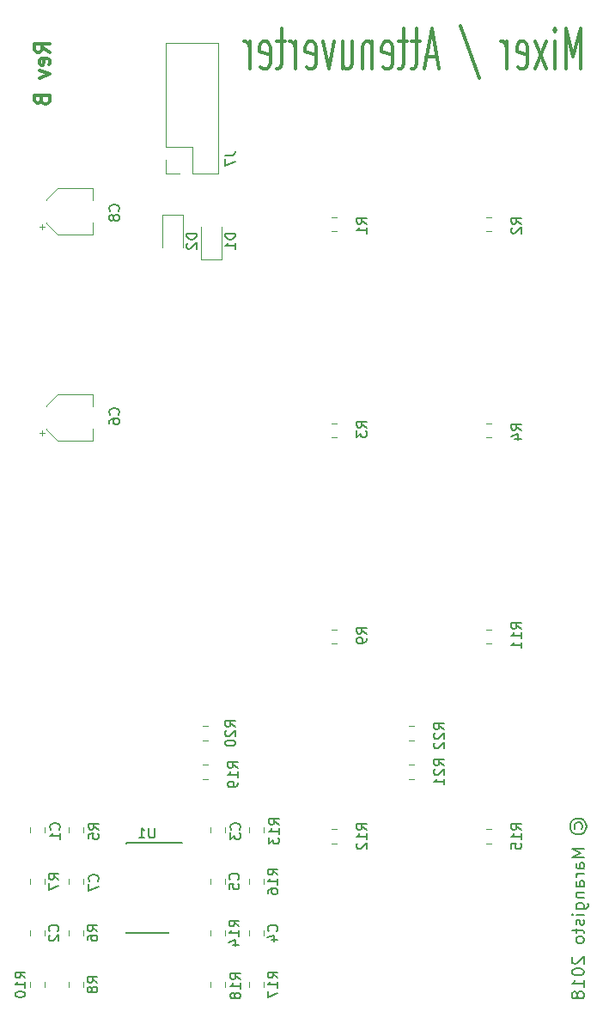
<source format=gbr>
G04 #@! TF.GenerationSoftware,KiCad,Pcbnew,(5.0.0)*
G04 #@! TF.CreationDate,2018-08-16T01:02:06+08:00*
G04 #@! TF.ProjectId,Mixer,4D697865722E6B696361645F70636200,rev?*
G04 #@! TF.SameCoordinates,Original*
G04 #@! TF.FileFunction,Legend,Bot*
G04 #@! TF.FilePolarity,Positive*
%FSLAX46Y46*%
G04 Gerber Fmt 4.6, Leading zero omitted, Abs format (unit mm)*
G04 Created by KiCad (PCBNEW (5.0.0)) date 08/16/18 01:02:06*
%MOMM*%
%LPD*%
G01*
G04 APERTURE LIST*
%ADD10C,0.300000*%
%ADD11C,0.200000*%
%ADD12C,0.120000*%
%ADD13C,0.150000*%
G04 APERTURE END LIST*
D10*
X93388571Y-56094571D02*
X92674285Y-55594571D01*
X93388571Y-55237428D02*
X91888571Y-55237428D01*
X91888571Y-55808857D01*
X91960000Y-55951714D01*
X92031428Y-56023142D01*
X92174285Y-56094571D01*
X92388571Y-56094571D01*
X92531428Y-56023142D01*
X92602857Y-55951714D01*
X92674285Y-55808857D01*
X92674285Y-55237428D01*
X93317142Y-57308857D02*
X93388571Y-57166000D01*
X93388571Y-56880285D01*
X93317142Y-56737428D01*
X93174285Y-56666000D01*
X92602857Y-56666000D01*
X92460000Y-56737428D01*
X92388571Y-56880285D01*
X92388571Y-57166000D01*
X92460000Y-57308857D01*
X92602857Y-57380285D01*
X92745714Y-57380285D01*
X92888571Y-56666000D01*
X92388571Y-57880285D02*
X93388571Y-58237428D01*
X92388571Y-58594571D01*
X92602857Y-60808857D02*
X92674285Y-61023142D01*
X92745714Y-61094571D01*
X92888571Y-61166000D01*
X93102857Y-61166000D01*
X93245714Y-61094571D01*
X93317142Y-61023142D01*
X93388571Y-60880285D01*
X93388571Y-60308857D01*
X91888571Y-60308857D01*
X91888571Y-60808857D01*
X91960000Y-60951714D01*
X92031428Y-61023142D01*
X92174285Y-61094571D01*
X92317142Y-61094571D01*
X92460000Y-61023142D01*
X92531428Y-60951714D01*
X92602857Y-60808857D01*
X92602857Y-60308857D01*
D11*
X145170571Y-132604857D02*
X145113428Y-132490571D01*
X145113428Y-132262000D01*
X145170571Y-132147714D01*
X145284857Y-132033428D01*
X145399142Y-131976285D01*
X145627714Y-131976285D01*
X145742000Y-132033428D01*
X145856285Y-132147714D01*
X145913428Y-132262000D01*
X145913428Y-132490571D01*
X145856285Y-132604857D01*
X144713428Y-132376285D02*
X144770571Y-132090571D01*
X144942000Y-131804857D01*
X145227714Y-131633428D01*
X145513428Y-131576285D01*
X145799142Y-131633428D01*
X146084857Y-131804857D01*
X146256285Y-132090571D01*
X146313428Y-132376285D01*
X146256285Y-132662000D01*
X146084857Y-132947714D01*
X145799142Y-133119142D01*
X145513428Y-133176285D01*
X145227714Y-133119142D01*
X144942000Y-132947714D01*
X144770571Y-132662000D01*
X144713428Y-132376285D01*
X146084857Y-134604857D02*
X144884857Y-134604857D01*
X145742000Y-135004857D01*
X144884857Y-135404857D01*
X146084857Y-135404857D01*
X146084857Y-136490571D02*
X145456285Y-136490571D01*
X145342000Y-136433428D01*
X145284857Y-136319142D01*
X145284857Y-136090571D01*
X145342000Y-135976285D01*
X146027714Y-136490571D02*
X146084857Y-136376285D01*
X146084857Y-136090571D01*
X146027714Y-135976285D01*
X145913428Y-135919142D01*
X145799142Y-135919142D01*
X145684857Y-135976285D01*
X145627714Y-136090571D01*
X145627714Y-136376285D01*
X145570571Y-136490571D01*
X146084857Y-137062000D02*
X145284857Y-137062000D01*
X145513428Y-137062000D02*
X145399142Y-137119142D01*
X145342000Y-137176285D01*
X145284857Y-137290571D01*
X145284857Y-137404857D01*
X146084857Y-138319142D02*
X145456285Y-138319142D01*
X145342000Y-138262000D01*
X145284857Y-138147714D01*
X145284857Y-137919142D01*
X145342000Y-137804857D01*
X146027714Y-138319142D02*
X146084857Y-138204857D01*
X146084857Y-137919142D01*
X146027714Y-137804857D01*
X145913428Y-137747714D01*
X145799142Y-137747714D01*
X145684857Y-137804857D01*
X145627714Y-137919142D01*
X145627714Y-138204857D01*
X145570571Y-138319142D01*
X145284857Y-138890571D02*
X146084857Y-138890571D01*
X145399142Y-138890571D02*
X145342000Y-138947714D01*
X145284857Y-139062000D01*
X145284857Y-139233428D01*
X145342000Y-139347714D01*
X145456285Y-139404857D01*
X146084857Y-139404857D01*
X145284857Y-140490571D02*
X146256285Y-140490571D01*
X146370571Y-140433428D01*
X146427714Y-140376285D01*
X146484857Y-140262000D01*
X146484857Y-140090571D01*
X146427714Y-139976285D01*
X146027714Y-140490571D02*
X146084857Y-140376285D01*
X146084857Y-140147714D01*
X146027714Y-140033428D01*
X145970571Y-139976285D01*
X145856285Y-139919142D01*
X145513428Y-139919142D01*
X145399142Y-139976285D01*
X145342000Y-140033428D01*
X145284857Y-140147714D01*
X145284857Y-140376285D01*
X145342000Y-140490571D01*
X146084857Y-141062000D02*
X145284857Y-141062000D01*
X144884857Y-141062000D02*
X144942000Y-141004857D01*
X144999142Y-141062000D01*
X144942000Y-141119142D01*
X144884857Y-141062000D01*
X144999142Y-141062000D01*
X146027714Y-141576285D02*
X146084857Y-141690571D01*
X146084857Y-141919142D01*
X146027714Y-142033428D01*
X145913428Y-142090571D01*
X145856285Y-142090571D01*
X145742000Y-142033428D01*
X145684857Y-141919142D01*
X145684857Y-141747714D01*
X145627714Y-141633428D01*
X145513428Y-141576285D01*
X145456285Y-141576285D01*
X145342000Y-141633428D01*
X145284857Y-141747714D01*
X145284857Y-141919142D01*
X145342000Y-142033428D01*
X145284857Y-142433428D02*
X145284857Y-142890571D01*
X144884857Y-142604857D02*
X145913428Y-142604857D01*
X146027714Y-142662000D01*
X146084857Y-142776285D01*
X146084857Y-142890571D01*
X146084857Y-143462000D02*
X146027714Y-143347714D01*
X145970571Y-143290571D01*
X145856285Y-143233428D01*
X145513428Y-143233428D01*
X145399142Y-143290571D01*
X145342000Y-143347714D01*
X145284857Y-143462000D01*
X145284857Y-143633428D01*
X145342000Y-143747714D01*
X145399142Y-143804857D01*
X145513428Y-143862000D01*
X145856285Y-143862000D01*
X145970571Y-143804857D01*
X146027714Y-143747714D01*
X146084857Y-143633428D01*
X146084857Y-143462000D01*
X144999142Y-145233428D02*
X144942000Y-145290571D01*
X144884857Y-145404857D01*
X144884857Y-145690571D01*
X144942000Y-145804857D01*
X144999142Y-145862000D01*
X145113428Y-145919142D01*
X145227714Y-145919142D01*
X145399142Y-145862000D01*
X146084857Y-145176285D01*
X146084857Y-145919142D01*
X144884857Y-146662000D02*
X144884857Y-146776285D01*
X144942000Y-146890571D01*
X144999142Y-146947714D01*
X145113428Y-147004857D01*
X145342000Y-147062000D01*
X145627714Y-147062000D01*
X145856285Y-147004857D01*
X145970571Y-146947714D01*
X146027714Y-146890571D01*
X146084857Y-146776285D01*
X146084857Y-146662000D01*
X146027714Y-146547714D01*
X145970571Y-146490571D01*
X145856285Y-146433428D01*
X145627714Y-146376285D01*
X145342000Y-146376285D01*
X145113428Y-146433428D01*
X144999142Y-146490571D01*
X144942000Y-146547714D01*
X144884857Y-146662000D01*
X146084857Y-148204857D02*
X146084857Y-147519142D01*
X146084857Y-147862000D02*
X144884857Y-147862000D01*
X145056285Y-147747714D01*
X145170571Y-147633428D01*
X145227714Y-147519142D01*
X145399142Y-148890571D02*
X145342000Y-148776285D01*
X145284857Y-148719142D01*
X145170571Y-148662000D01*
X145113428Y-148662000D01*
X144999142Y-148719142D01*
X144942000Y-148776285D01*
X144884857Y-148890571D01*
X144884857Y-149119142D01*
X144942000Y-149233428D01*
X144999142Y-149290571D01*
X145113428Y-149347714D01*
X145170571Y-149347714D01*
X145284857Y-149290571D01*
X145342000Y-149233428D01*
X145399142Y-149119142D01*
X145399142Y-148890571D01*
X145456285Y-148776285D01*
X145513428Y-148719142D01*
X145627714Y-148662000D01*
X145856285Y-148662000D01*
X145970571Y-148719142D01*
X146027714Y-148776285D01*
X146084857Y-148890571D01*
X146084857Y-149119142D01*
X146027714Y-149233428D01*
X145970571Y-149290571D01*
X145856285Y-149347714D01*
X145627714Y-149347714D01*
X145513428Y-149290571D01*
X145456285Y-149233428D01*
X145399142Y-149119142D01*
D10*
X145733619Y-57689523D02*
X145733619Y-53689523D01*
X145000285Y-56546666D01*
X144266952Y-53689523D01*
X144266952Y-57689523D01*
X143219333Y-57689523D02*
X143219333Y-55022857D01*
X143219333Y-53689523D02*
X143324095Y-53880000D01*
X143219333Y-54070476D01*
X143114571Y-53880000D01*
X143219333Y-53689523D01*
X143219333Y-54070476D01*
X142381238Y-57689523D02*
X141228857Y-55022857D01*
X142381238Y-55022857D02*
X141228857Y-57689523D01*
X139552666Y-57499047D02*
X139762190Y-57689523D01*
X140181238Y-57689523D01*
X140390761Y-57499047D01*
X140495523Y-57118095D01*
X140495523Y-55594285D01*
X140390761Y-55213333D01*
X140181238Y-55022857D01*
X139762190Y-55022857D01*
X139552666Y-55213333D01*
X139447904Y-55594285D01*
X139447904Y-55975238D01*
X140495523Y-56356190D01*
X138505047Y-57689523D02*
X138505047Y-55022857D01*
X138505047Y-55784761D02*
X138400285Y-55403809D01*
X138295523Y-55213333D01*
X138086000Y-55022857D01*
X137876476Y-55022857D01*
X133895523Y-53499047D02*
X135781238Y-58641904D01*
X131590761Y-56546666D02*
X130543142Y-56546666D01*
X131800285Y-57689523D02*
X131066952Y-53689523D01*
X130333619Y-57689523D01*
X129914571Y-55022857D02*
X129076476Y-55022857D01*
X129600285Y-53689523D02*
X129600285Y-57118095D01*
X129495523Y-57499047D01*
X129286000Y-57689523D01*
X129076476Y-57689523D01*
X128657428Y-55022857D02*
X127819333Y-55022857D01*
X128343142Y-53689523D02*
X128343142Y-57118095D01*
X128238380Y-57499047D01*
X128028857Y-57689523D01*
X127819333Y-57689523D01*
X126247904Y-57499047D02*
X126457428Y-57689523D01*
X126876476Y-57689523D01*
X127086000Y-57499047D01*
X127190761Y-57118095D01*
X127190761Y-55594285D01*
X127086000Y-55213333D01*
X126876476Y-55022857D01*
X126457428Y-55022857D01*
X126247904Y-55213333D01*
X126143142Y-55594285D01*
X126143142Y-55975238D01*
X127190761Y-56356190D01*
X125200285Y-55022857D02*
X125200285Y-57689523D01*
X125200285Y-55403809D02*
X125095523Y-55213333D01*
X124886000Y-55022857D01*
X124571714Y-55022857D01*
X124362190Y-55213333D01*
X124257428Y-55594285D01*
X124257428Y-57689523D01*
X122266952Y-55022857D02*
X122266952Y-57689523D01*
X123209809Y-55022857D02*
X123209809Y-57118095D01*
X123105047Y-57499047D01*
X122895523Y-57689523D01*
X122581238Y-57689523D01*
X122371714Y-57499047D01*
X122266952Y-57308571D01*
X121428857Y-55022857D02*
X120905047Y-57689523D01*
X120381238Y-55022857D01*
X118705047Y-57499047D02*
X118914571Y-57689523D01*
X119333619Y-57689523D01*
X119543142Y-57499047D01*
X119647904Y-57118095D01*
X119647904Y-55594285D01*
X119543142Y-55213333D01*
X119333619Y-55022857D01*
X118914571Y-55022857D01*
X118705047Y-55213333D01*
X118600285Y-55594285D01*
X118600285Y-55975238D01*
X119647904Y-56356190D01*
X117657428Y-57689523D02*
X117657428Y-55022857D01*
X117657428Y-55784761D02*
X117552666Y-55403809D01*
X117447904Y-55213333D01*
X117238380Y-55022857D01*
X117028857Y-55022857D01*
X116609809Y-55022857D02*
X115771714Y-55022857D01*
X116295523Y-53689523D02*
X116295523Y-57118095D01*
X116190761Y-57499047D01*
X115981238Y-57689523D01*
X115771714Y-57689523D01*
X114200285Y-57499047D02*
X114409809Y-57689523D01*
X114828857Y-57689523D01*
X115038380Y-57499047D01*
X115143142Y-57118095D01*
X115143142Y-55594285D01*
X115038380Y-55213333D01*
X114828857Y-55022857D01*
X114409809Y-55022857D01*
X114200285Y-55213333D01*
X114095523Y-55594285D01*
X114095523Y-55975238D01*
X115143142Y-56356190D01*
X113152666Y-57689523D02*
X113152666Y-55022857D01*
X113152666Y-55784761D02*
X113047904Y-55403809D01*
X112943142Y-55213333D01*
X112733619Y-55022857D01*
X112524095Y-55022857D01*
D12*
G04 #@! TO.C,C8*
X92627000Y-73565000D02*
X92627000Y-73065000D01*
X92377000Y-73315000D02*
X92877000Y-73315000D01*
X93117000Y-70559437D02*
X94181437Y-69495000D01*
X93117000Y-72950563D02*
X94181437Y-74015000D01*
X93117000Y-72950563D02*
X93117000Y-72815000D01*
X93117000Y-70559437D02*
X93117000Y-70695000D01*
X94181437Y-69495000D02*
X97637000Y-69495000D01*
X94181437Y-74015000D02*
X97637000Y-74015000D01*
X97637000Y-74015000D02*
X97637000Y-72815000D01*
X97637000Y-69495000D02*
X97637000Y-70695000D01*
G04 #@! TO.C,C6*
X97637000Y-89815000D02*
X97637000Y-91015000D01*
X97637000Y-94335000D02*
X97637000Y-93135000D01*
X94181437Y-94335000D02*
X97637000Y-94335000D01*
X94181437Y-89815000D02*
X97637000Y-89815000D01*
X93117000Y-90879437D02*
X93117000Y-91015000D01*
X93117000Y-93270563D02*
X93117000Y-93135000D01*
X93117000Y-93270563D02*
X94181437Y-94335000D01*
X93117000Y-90879437D02*
X94181437Y-89815000D01*
X92377000Y-93635000D02*
X92877000Y-93635000D01*
X92627000Y-93885000D02*
X92627000Y-93385000D01*
G04 #@! TO.C,C7*
X96722000Y-137536422D02*
X96722000Y-138053578D01*
X95302000Y-137536422D02*
X95302000Y-138053578D01*
G04 #@! TO.C,C5*
X110692000Y-138053578D02*
X110692000Y-137536422D01*
X109272000Y-138053578D02*
X109272000Y-137536422D01*
G04 #@! TO.C,C4*
X113082000Y-143133578D02*
X113082000Y-142616422D01*
X114502000Y-143133578D02*
X114502000Y-142616422D01*
G04 #@! TO.C,C3*
X109272000Y-132456422D02*
X109272000Y-132973578D01*
X110692000Y-132456422D02*
X110692000Y-132973578D01*
G04 #@! TO.C,C2*
X91492000Y-143133578D02*
X91492000Y-142616422D01*
X92912000Y-143133578D02*
X92912000Y-142616422D01*
G04 #@! TO.C,C1*
X91492000Y-132456422D02*
X91492000Y-132973578D01*
X92912000Y-132456422D02*
X92912000Y-132973578D01*
G04 #@! TO.C,J7*
X104842000Y-55185000D02*
X110042000Y-55185000D01*
X104842000Y-65405000D02*
X104842000Y-55185000D01*
X110042000Y-68005000D02*
X110042000Y-55185000D01*
X104842000Y-65405000D02*
X107442000Y-65405000D01*
X107442000Y-65405000D02*
X107442000Y-68005000D01*
X107442000Y-68005000D02*
X110042000Y-68005000D01*
X104842000Y-66675000D02*
X104842000Y-68005000D01*
X104842000Y-68005000D02*
X106172000Y-68005000D01*
G04 #@! TO.C,D2*
X106537000Y-72095000D02*
X104537000Y-72095000D01*
X106537000Y-72095000D02*
X106537000Y-75295000D01*
X104537000Y-75295000D02*
X104537000Y-72095000D01*
G04 #@! TO.C,D1*
X110347000Y-73295000D02*
X110347000Y-76495000D01*
X108347000Y-76495000D02*
X108347000Y-73295000D01*
X108347000Y-76495000D02*
X110347000Y-76495000D01*
D13*
G04 #@! TO.C,U1*
X105072000Y-133980000D02*
X105072000Y-134005000D01*
X100922000Y-133980000D02*
X100922000Y-134095000D01*
X100922000Y-142880000D02*
X100922000Y-142765000D01*
X105072000Y-142880000D02*
X105072000Y-142765000D01*
X105072000Y-133980000D02*
X100922000Y-133980000D01*
X105072000Y-142880000D02*
X100922000Y-142880000D01*
X105072000Y-134005000D02*
X106447000Y-134005000D01*
D12*
G04 #@! TO.C,R22*
X129290578Y-123900000D02*
X128773422Y-123900000D01*
X129290578Y-122480000D02*
X128773422Y-122480000D01*
G04 #@! TO.C,R21*
X128773422Y-127710000D02*
X129290578Y-127710000D01*
X128773422Y-126290000D02*
X129290578Y-126290000D01*
G04 #@! TO.C,R20*
X108970578Y-123900000D02*
X108453422Y-123900000D01*
X108970578Y-122480000D02*
X108453422Y-122480000D01*
G04 #@! TO.C,R19*
X108453422Y-127710000D02*
X108970578Y-127710000D01*
X108453422Y-126290000D02*
X108970578Y-126290000D01*
G04 #@! TO.C,R18*
X110692000Y-147696422D02*
X110692000Y-148213578D01*
X109272000Y-147696422D02*
X109272000Y-148213578D01*
G04 #@! TO.C,R17*
X114502000Y-148213578D02*
X114502000Y-147696422D01*
X113082000Y-148213578D02*
X113082000Y-147696422D01*
G04 #@! TO.C,R16*
X113082000Y-138053578D02*
X113082000Y-137536422D01*
X114502000Y-138053578D02*
X114502000Y-137536422D01*
G04 #@! TO.C,R15*
X136910578Y-132640000D02*
X136393422Y-132640000D01*
X136910578Y-134060000D02*
X136393422Y-134060000D01*
G04 #@! TO.C,R14*
X109272000Y-143133578D02*
X109272000Y-142616422D01*
X110692000Y-143133578D02*
X110692000Y-142616422D01*
G04 #@! TO.C,R13*
X113082000Y-132456422D02*
X113082000Y-132973578D01*
X114502000Y-132456422D02*
X114502000Y-132973578D01*
G04 #@! TO.C,R11*
X136910578Y-114375000D02*
X136393422Y-114375000D01*
X136910578Y-112955000D02*
X136393422Y-112955000D01*
G04 #@! TO.C,R10*
X91492000Y-147696422D02*
X91492000Y-148213578D01*
X92912000Y-147696422D02*
X92912000Y-148213578D01*
G04 #@! TO.C,R9*
X121153422Y-112955000D02*
X121670578Y-112955000D01*
X121153422Y-114375000D02*
X121670578Y-114375000D01*
G04 #@! TO.C,R8*
X96722000Y-148213578D02*
X96722000Y-147696422D01*
X95302000Y-148213578D02*
X95302000Y-147696422D01*
G04 #@! TO.C,R7*
X91492000Y-138053578D02*
X91492000Y-137536422D01*
X92912000Y-138053578D02*
X92912000Y-137536422D01*
G04 #@! TO.C,R1*
X121153422Y-73735000D02*
X121670578Y-73735000D01*
X121153422Y-72315000D02*
X121670578Y-72315000D01*
G04 #@! TO.C,R2*
X136910578Y-73735000D02*
X136393422Y-73735000D01*
X136910578Y-72315000D02*
X136393422Y-72315000D01*
G04 #@! TO.C,R3*
X121153422Y-94055000D02*
X121670578Y-94055000D01*
X121153422Y-92635000D02*
X121670578Y-92635000D01*
G04 #@! TO.C,R4*
X136910578Y-94055000D02*
X136393422Y-94055000D01*
X136910578Y-92635000D02*
X136393422Y-92635000D01*
G04 #@! TO.C,R5*
X95302000Y-132456422D02*
X95302000Y-132973578D01*
X96722000Y-132456422D02*
X96722000Y-132973578D01*
G04 #@! TO.C,R6*
X95302000Y-143133578D02*
X95302000Y-142616422D01*
X96722000Y-143133578D02*
X96722000Y-142616422D01*
G04 #@! TO.C,R12*
X121153422Y-134060000D02*
X121670578Y-134060000D01*
X121153422Y-132640000D02*
X121670578Y-132640000D01*
G04 #@! TO.C,C8*
D13*
X100179142Y-71715333D02*
X100226761Y-71667714D01*
X100274380Y-71524857D01*
X100274380Y-71429619D01*
X100226761Y-71286761D01*
X100131523Y-71191523D01*
X100036285Y-71143904D01*
X99845809Y-71096285D01*
X99702952Y-71096285D01*
X99512476Y-71143904D01*
X99417238Y-71191523D01*
X99322000Y-71286761D01*
X99274380Y-71429619D01*
X99274380Y-71524857D01*
X99322000Y-71667714D01*
X99369619Y-71715333D01*
X99702952Y-72286761D02*
X99655333Y-72191523D01*
X99607714Y-72143904D01*
X99512476Y-72096285D01*
X99464857Y-72096285D01*
X99369619Y-72143904D01*
X99322000Y-72191523D01*
X99274380Y-72286761D01*
X99274380Y-72477238D01*
X99322000Y-72572476D01*
X99369619Y-72620095D01*
X99464857Y-72667714D01*
X99512476Y-72667714D01*
X99607714Y-72620095D01*
X99655333Y-72572476D01*
X99702952Y-72477238D01*
X99702952Y-72286761D01*
X99750571Y-72191523D01*
X99798190Y-72143904D01*
X99893428Y-72096285D01*
X100083904Y-72096285D01*
X100179142Y-72143904D01*
X100226761Y-72191523D01*
X100274380Y-72286761D01*
X100274380Y-72477238D01*
X100226761Y-72572476D01*
X100179142Y-72620095D01*
X100083904Y-72667714D01*
X99893428Y-72667714D01*
X99798190Y-72620095D01*
X99750571Y-72572476D01*
X99702952Y-72477238D01*
G04 #@! TO.C,C6*
X100179142Y-91781333D02*
X100226761Y-91733714D01*
X100274380Y-91590857D01*
X100274380Y-91495619D01*
X100226761Y-91352761D01*
X100131523Y-91257523D01*
X100036285Y-91209904D01*
X99845809Y-91162285D01*
X99702952Y-91162285D01*
X99512476Y-91209904D01*
X99417238Y-91257523D01*
X99322000Y-91352761D01*
X99274380Y-91495619D01*
X99274380Y-91590857D01*
X99322000Y-91733714D01*
X99369619Y-91781333D01*
X99274380Y-92638476D02*
X99274380Y-92448000D01*
X99322000Y-92352761D01*
X99369619Y-92305142D01*
X99512476Y-92209904D01*
X99702952Y-92162285D01*
X100083904Y-92162285D01*
X100179142Y-92209904D01*
X100226761Y-92257523D01*
X100274380Y-92352761D01*
X100274380Y-92543238D01*
X100226761Y-92638476D01*
X100179142Y-92686095D01*
X100083904Y-92733714D01*
X99845809Y-92733714D01*
X99750571Y-92686095D01*
X99702952Y-92638476D01*
X99655333Y-92543238D01*
X99655333Y-92352761D01*
X99702952Y-92257523D01*
X99750571Y-92209904D01*
X99845809Y-92162285D01*
G04 #@! TO.C,C7*
X98147142Y-137755333D02*
X98194761Y-137707714D01*
X98242380Y-137564857D01*
X98242380Y-137469619D01*
X98194761Y-137326761D01*
X98099523Y-137231523D01*
X98004285Y-137183904D01*
X97813809Y-137136285D01*
X97670952Y-137136285D01*
X97480476Y-137183904D01*
X97385238Y-137231523D01*
X97290000Y-137326761D01*
X97242380Y-137469619D01*
X97242380Y-137564857D01*
X97290000Y-137707714D01*
X97337619Y-137755333D01*
X97242380Y-138088666D02*
X97242380Y-138755333D01*
X98242380Y-138326761D01*
G04 #@! TO.C,C5*
X111989142Y-137628333D02*
X112036761Y-137580714D01*
X112084380Y-137437857D01*
X112084380Y-137342619D01*
X112036761Y-137199761D01*
X111941523Y-137104523D01*
X111846285Y-137056904D01*
X111655809Y-137009285D01*
X111512952Y-137009285D01*
X111322476Y-137056904D01*
X111227238Y-137104523D01*
X111132000Y-137199761D01*
X111084380Y-137342619D01*
X111084380Y-137437857D01*
X111132000Y-137580714D01*
X111179619Y-137628333D01*
X111084380Y-138533095D02*
X111084380Y-138056904D01*
X111560571Y-138009285D01*
X111512952Y-138056904D01*
X111465333Y-138152142D01*
X111465333Y-138390238D01*
X111512952Y-138485476D01*
X111560571Y-138533095D01*
X111655809Y-138580714D01*
X111893904Y-138580714D01*
X111989142Y-138533095D01*
X112036761Y-138485476D01*
X112084380Y-138390238D01*
X112084380Y-138152142D01*
X112036761Y-138056904D01*
X111989142Y-138009285D01*
G04 #@! TO.C,C4*
X115799142Y-142708333D02*
X115846761Y-142660714D01*
X115894380Y-142517857D01*
X115894380Y-142422619D01*
X115846761Y-142279761D01*
X115751523Y-142184523D01*
X115656285Y-142136904D01*
X115465809Y-142089285D01*
X115322952Y-142089285D01*
X115132476Y-142136904D01*
X115037238Y-142184523D01*
X114942000Y-142279761D01*
X114894380Y-142422619D01*
X114894380Y-142517857D01*
X114942000Y-142660714D01*
X114989619Y-142708333D01*
X115227714Y-143565476D02*
X115894380Y-143565476D01*
X114846761Y-143327380D02*
X115561047Y-143089285D01*
X115561047Y-143708333D01*
G04 #@! TO.C,C3*
X112117142Y-132675333D02*
X112164761Y-132627714D01*
X112212380Y-132484857D01*
X112212380Y-132389619D01*
X112164761Y-132246761D01*
X112069523Y-132151523D01*
X111974285Y-132103904D01*
X111783809Y-132056285D01*
X111640952Y-132056285D01*
X111450476Y-132103904D01*
X111355238Y-132151523D01*
X111260000Y-132246761D01*
X111212380Y-132389619D01*
X111212380Y-132484857D01*
X111260000Y-132627714D01*
X111307619Y-132675333D01*
X111212380Y-133008666D02*
X111212380Y-133627714D01*
X111593333Y-133294380D01*
X111593333Y-133437238D01*
X111640952Y-133532476D01*
X111688571Y-133580095D01*
X111783809Y-133627714D01*
X112021904Y-133627714D01*
X112117142Y-133580095D01*
X112164761Y-133532476D01*
X112212380Y-133437238D01*
X112212380Y-133151523D01*
X112164761Y-133056285D01*
X112117142Y-133008666D01*
G04 #@! TO.C,C2*
X94209142Y-142708333D02*
X94256761Y-142660714D01*
X94304380Y-142517857D01*
X94304380Y-142422619D01*
X94256761Y-142279761D01*
X94161523Y-142184523D01*
X94066285Y-142136904D01*
X93875809Y-142089285D01*
X93732952Y-142089285D01*
X93542476Y-142136904D01*
X93447238Y-142184523D01*
X93352000Y-142279761D01*
X93304380Y-142422619D01*
X93304380Y-142517857D01*
X93352000Y-142660714D01*
X93399619Y-142708333D01*
X93399619Y-143089285D02*
X93352000Y-143136904D01*
X93304380Y-143232142D01*
X93304380Y-143470238D01*
X93352000Y-143565476D01*
X93399619Y-143613095D01*
X93494857Y-143660714D01*
X93590095Y-143660714D01*
X93732952Y-143613095D01*
X94304380Y-143041666D01*
X94304380Y-143660714D01*
G04 #@! TO.C,C1*
X94337142Y-132675333D02*
X94384761Y-132627714D01*
X94432380Y-132484857D01*
X94432380Y-132389619D01*
X94384761Y-132246761D01*
X94289523Y-132151523D01*
X94194285Y-132103904D01*
X94003809Y-132056285D01*
X93860952Y-132056285D01*
X93670476Y-132103904D01*
X93575238Y-132151523D01*
X93480000Y-132246761D01*
X93432380Y-132389619D01*
X93432380Y-132484857D01*
X93480000Y-132627714D01*
X93527619Y-132675333D01*
X94432380Y-133627714D02*
X94432380Y-133056285D01*
X94432380Y-133342000D02*
X93432380Y-133342000D01*
X93575238Y-133246761D01*
X93670476Y-133151523D01*
X93718095Y-133056285D01*
G04 #@! TO.C,J7*
X110704380Y-66214666D02*
X111418666Y-66214666D01*
X111561523Y-66167047D01*
X111656761Y-66071809D01*
X111704380Y-65928952D01*
X111704380Y-65833714D01*
X110704380Y-66595619D02*
X110704380Y-67262285D01*
X111704380Y-66833714D01*
G04 #@! TO.C,D2*
X107894380Y-73937904D02*
X106894380Y-73937904D01*
X106894380Y-74176000D01*
X106942000Y-74318857D01*
X107037238Y-74414095D01*
X107132476Y-74461714D01*
X107322952Y-74509333D01*
X107465809Y-74509333D01*
X107656285Y-74461714D01*
X107751523Y-74414095D01*
X107846761Y-74318857D01*
X107894380Y-74176000D01*
X107894380Y-73937904D01*
X106989619Y-74890285D02*
X106942000Y-74937904D01*
X106894380Y-75033142D01*
X106894380Y-75271238D01*
X106942000Y-75366476D01*
X106989619Y-75414095D01*
X107084857Y-75461714D01*
X107180095Y-75461714D01*
X107322952Y-75414095D01*
X107894380Y-74842666D01*
X107894380Y-75461714D01*
G04 #@! TO.C,D1*
X111704380Y-73937904D02*
X110704380Y-73937904D01*
X110704380Y-74176000D01*
X110752000Y-74318857D01*
X110847238Y-74414095D01*
X110942476Y-74461714D01*
X111132952Y-74509333D01*
X111275809Y-74509333D01*
X111466285Y-74461714D01*
X111561523Y-74414095D01*
X111656761Y-74318857D01*
X111704380Y-74176000D01*
X111704380Y-73937904D01*
X111704380Y-75461714D02*
X111704380Y-74890285D01*
X111704380Y-75176000D02*
X110704380Y-75176000D01*
X110847238Y-75080761D01*
X110942476Y-74985523D01*
X110990095Y-74890285D01*
G04 #@! TO.C,U1*
X103758904Y-132507380D02*
X103758904Y-133316904D01*
X103711285Y-133412142D01*
X103663666Y-133459761D01*
X103568428Y-133507380D01*
X103377952Y-133507380D01*
X103282714Y-133459761D01*
X103235095Y-133412142D01*
X103187476Y-133316904D01*
X103187476Y-132507380D01*
X102187476Y-133507380D02*
X102758904Y-133507380D01*
X102473190Y-133507380D02*
X102473190Y-132507380D01*
X102568428Y-132650238D01*
X102663666Y-132745476D01*
X102758904Y-132793095D01*
G04 #@! TO.C,R22*
X132278380Y-122801142D02*
X131802190Y-122467809D01*
X132278380Y-122229714D02*
X131278380Y-122229714D01*
X131278380Y-122610666D01*
X131326000Y-122705904D01*
X131373619Y-122753523D01*
X131468857Y-122801142D01*
X131611714Y-122801142D01*
X131706952Y-122753523D01*
X131754571Y-122705904D01*
X131802190Y-122610666D01*
X131802190Y-122229714D01*
X131373619Y-123182095D02*
X131326000Y-123229714D01*
X131278380Y-123324952D01*
X131278380Y-123563047D01*
X131326000Y-123658285D01*
X131373619Y-123705904D01*
X131468857Y-123753523D01*
X131564095Y-123753523D01*
X131706952Y-123705904D01*
X132278380Y-123134476D01*
X132278380Y-123753523D01*
X131373619Y-124134476D02*
X131326000Y-124182095D01*
X131278380Y-124277333D01*
X131278380Y-124515428D01*
X131326000Y-124610666D01*
X131373619Y-124658285D01*
X131468857Y-124705904D01*
X131564095Y-124705904D01*
X131706952Y-124658285D01*
X132278380Y-124086857D01*
X132278380Y-124705904D01*
G04 #@! TO.C,R21*
X132278380Y-126357142D02*
X131802190Y-126023809D01*
X132278380Y-125785714D02*
X131278380Y-125785714D01*
X131278380Y-126166666D01*
X131326000Y-126261904D01*
X131373619Y-126309523D01*
X131468857Y-126357142D01*
X131611714Y-126357142D01*
X131706952Y-126309523D01*
X131754571Y-126261904D01*
X131802190Y-126166666D01*
X131802190Y-125785714D01*
X131373619Y-126738095D02*
X131326000Y-126785714D01*
X131278380Y-126880952D01*
X131278380Y-127119047D01*
X131326000Y-127214285D01*
X131373619Y-127261904D01*
X131468857Y-127309523D01*
X131564095Y-127309523D01*
X131706952Y-127261904D01*
X132278380Y-126690476D01*
X132278380Y-127309523D01*
X132278380Y-128261904D02*
X132278380Y-127690476D01*
X132278380Y-127976190D02*
X131278380Y-127976190D01*
X131421238Y-127880952D01*
X131516476Y-127785714D01*
X131564095Y-127690476D01*
G04 #@! TO.C,R20*
X111704380Y-122547142D02*
X111228190Y-122213809D01*
X111704380Y-121975714D02*
X110704380Y-121975714D01*
X110704380Y-122356666D01*
X110752000Y-122451904D01*
X110799619Y-122499523D01*
X110894857Y-122547142D01*
X111037714Y-122547142D01*
X111132952Y-122499523D01*
X111180571Y-122451904D01*
X111228190Y-122356666D01*
X111228190Y-121975714D01*
X110799619Y-122928095D02*
X110752000Y-122975714D01*
X110704380Y-123070952D01*
X110704380Y-123309047D01*
X110752000Y-123404285D01*
X110799619Y-123451904D01*
X110894857Y-123499523D01*
X110990095Y-123499523D01*
X111132952Y-123451904D01*
X111704380Y-122880476D01*
X111704380Y-123499523D01*
X110704380Y-124118571D02*
X110704380Y-124213809D01*
X110752000Y-124309047D01*
X110799619Y-124356666D01*
X110894857Y-124404285D01*
X111085333Y-124451904D01*
X111323428Y-124451904D01*
X111513904Y-124404285D01*
X111609142Y-124356666D01*
X111656761Y-124309047D01*
X111704380Y-124213809D01*
X111704380Y-124118571D01*
X111656761Y-124023333D01*
X111609142Y-123975714D01*
X111513904Y-123928095D01*
X111323428Y-123880476D01*
X111085333Y-123880476D01*
X110894857Y-123928095D01*
X110799619Y-123975714D01*
X110752000Y-124023333D01*
X110704380Y-124118571D01*
G04 #@! TO.C,R19*
X111958380Y-126611142D02*
X111482190Y-126277809D01*
X111958380Y-126039714D02*
X110958380Y-126039714D01*
X110958380Y-126420666D01*
X111006000Y-126515904D01*
X111053619Y-126563523D01*
X111148857Y-126611142D01*
X111291714Y-126611142D01*
X111386952Y-126563523D01*
X111434571Y-126515904D01*
X111482190Y-126420666D01*
X111482190Y-126039714D01*
X111958380Y-127563523D02*
X111958380Y-126992095D01*
X111958380Y-127277809D02*
X110958380Y-127277809D01*
X111101238Y-127182571D01*
X111196476Y-127087333D01*
X111244095Y-126992095D01*
X111958380Y-128039714D02*
X111958380Y-128230190D01*
X111910761Y-128325428D01*
X111863142Y-128373047D01*
X111720285Y-128468285D01*
X111529809Y-128515904D01*
X111148857Y-128515904D01*
X111053619Y-128468285D01*
X111006000Y-128420666D01*
X110958380Y-128325428D01*
X110958380Y-128134952D01*
X111006000Y-128039714D01*
X111053619Y-127992095D01*
X111148857Y-127944476D01*
X111386952Y-127944476D01*
X111482190Y-127992095D01*
X111529809Y-128039714D01*
X111577428Y-128134952D01*
X111577428Y-128325428D01*
X111529809Y-128420666D01*
X111482190Y-128468285D01*
X111386952Y-128515904D01*
G04 #@! TO.C,R18*
X112212380Y-147439142D02*
X111736190Y-147105809D01*
X112212380Y-146867714D02*
X111212380Y-146867714D01*
X111212380Y-147248666D01*
X111260000Y-147343904D01*
X111307619Y-147391523D01*
X111402857Y-147439142D01*
X111545714Y-147439142D01*
X111640952Y-147391523D01*
X111688571Y-147343904D01*
X111736190Y-147248666D01*
X111736190Y-146867714D01*
X112212380Y-148391523D02*
X112212380Y-147820095D01*
X112212380Y-148105809D02*
X111212380Y-148105809D01*
X111355238Y-148010571D01*
X111450476Y-147915333D01*
X111498095Y-147820095D01*
X111640952Y-148962952D02*
X111593333Y-148867714D01*
X111545714Y-148820095D01*
X111450476Y-148772476D01*
X111402857Y-148772476D01*
X111307619Y-148820095D01*
X111260000Y-148867714D01*
X111212380Y-148962952D01*
X111212380Y-149153428D01*
X111260000Y-149248666D01*
X111307619Y-149296285D01*
X111402857Y-149343904D01*
X111450476Y-149343904D01*
X111545714Y-149296285D01*
X111593333Y-149248666D01*
X111640952Y-149153428D01*
X111640952Y-148962952D01*
X111688571Y-148867714D01*
X111736190Y-148820095D01*
X111831428Y-148772476D01*
X112021904Y-148772476D01*
X112117142Y-148820095D01*
X112164761Y-148867714D01*
X112212380Y-148962952D01*
X112212380Y-149153428D01*
X112164761Y-149248666D01*
X112117142Y-149296285D01*
X112021904Y-149343904D01*
X111831428Y-149343904D01*
X111736190Y-149296285D01*
X111688571Y-149248666D01*
X111640952Y-149153428D01*
G04 #@! TO.C,R17*
X115894380Y-147312142D02*
X115418190Y-146978809D01*
X115894380Y-146740714D02*
X114894380Y-146740714D01*
X114894380Y-147121666D01*
X114942000Y-147216904D01*
X114989619Y-147264523D01*
X115084857Y-147312142D01*
X115227714Y-147312142D01*
X115322952Y-147264523D01*
X115370571Y-147216904D01*
X115418190Y-147121666D01*
X115418190Y-146740714D01*
X115894380Y-148264523D02*
X115894380Y-147693095D01*
X115894380Y-147978809D02*
X114894380Y-147978809D01*
X115037238Y-147883571D01*
X115132476Y-147788333D01*
X115180095Y-147693095D01*
X114894380Y-148597857D02*
X114894380Y-149264523D01*
X115894380Y-148835952D01*
G04 #@! TO.C,R16*
X115894380Y-137152142D02*
X115418190Y-136818809D01*
X115894380Y-136580714D02*
X114894380Y-136580714D01*
X114894380Y-136961666D01*
X114942000Y-137056904D01*
X114989619Y-137104523D01*
X115084857Y-137152142D01*
X115227714Y-137152142D01*
X115322952Y-137104523D01*
X115370571Y-137056904D01*
X115418190Y-136961666D01*
X115418190Y-136580714D01*
X115894380Y-138104523D02*
X115894380Y-137533095D01*
X115894380Y-137818809D02*
X114894380Y-137818809D01*
X115037238Y-137723571D01*
X115132476Y-137628333D01*
X115180095Y-137533095D01*
X114894380Y-138961666D02*
X114894380Y-138771190D01*
X114942000Y-138675952D01*
X114989619Y-138628333D01*
X115132476Y-138533095D01*
X115322952Y-138485476D01*
X115703904Y-138485476D01*
X115799142Y-138533095D01*
X115846761Y-138580714D01*
X115894380Y-138675952D01*
X115894380Y-138866428D01*
X115846761Y-138961666D01*
X115799142Y-139009285D01*
X115703904Y-139056904D01*
X115465809Y-139056904D01*
X115370571Y-139009285D01*
X115322952Y-138961666D01*
X115275333Y-138866428D01*
X115275333Y-138675952D01*
X115322952Y-138580714D01*
X115370571Y-138533095D01*
X115465809Y-138485476D01*
G04 #@! TO.C,R15*
X139898380Y-132707142D02*
X139422190Y-132373809D01*
X139898380Y-132135714D02*
X138898380Y-132135714D01*
X138898380Y-132516666D01*
X138946000Y-132611904D01*
X138993619Y-132659523D01*
X139088857Y-132707142D01*
X139231714Y-132707142D01*
X139326952Y-132659523D01*
X139374571Y-132611904D01*
X139422190Y-132516666D01*
X139422190Y-132135714D01*
X139898380Y-133659523D02*
X139898380Y-133088095D01*
X139898380Y-133373809D02*
X138898380Y-133373809D01*
X139041238Y-133278571D01*
X139136476Y-133183333D01*
X139184095Y-133088095D01*
X138898380Y-134564285D02*
X138898380Y-134088095D01*
X139374571Y-134040476D01*
X139326952Y-134088095D01*
X139279333Y-134183333D01*
X139279333Y-134421428D01*
X139326952Y-134516666D01*
X139374571Y-134564285D01*
X139469809Y-134611904D01*
X139707904Y-134611904D01*
X139803142Y-134564285D01*
X139850761Y-134516666D01*
X139898380Y-134421428D01*
X139898380Y-134183333D01*
X139850761Y-134088095D01*
X139803142Y-134040476D01*
G04 #@! TO.C,R14*
X112084380Y-142232142D02*
X111608190Y-141898809D01*
X112084380Y-141660714D02*
X111084380Y-141660714D01*
X111084380Y-142041666D01*
X111132000Y-142136904D01*
X111179619Y-142184523D01*
X111274857Y-142232142D01*
X111417714Y-142232142D01*
X111512952Y-142184523D01*
X111560571Y-142136904D01*
X111608190Y-142041666D01*
X111608190Y-141660714D01*
X112084380Y-143184523D02*
X112084380Y-142613095D01*
X112084380Y-142898809D02*
X111084380Y-142898809D01*
X111227238Y-142803571D01*
X111322476Y-142708333D01*
X111370095Y-142613095D01*
X111417714Y-144041666D02*
X112084380Y-144041666D01*
X111036761Y-143803571D02*
X111751047Y-143565476D01*
X111751047Y-144184523D01*
G04 #@! TO.C,R13*
X116022380Y-132199142D02*
X115546190Y-131865809D01*
X116022380Y-131627714D02*
X115022380Y-131627714D01*
X115022380Y-132008666D01*
X115070000Y-132103904D01*
X115117619Y-132151523D01*
X115212857Y-132199142D01*
X115355714Y-132199142D01*
X115450952Y-132151523D01*
X115498571Y-132103904D01*
X115546190Y-132008666D01*
X115546190Y-131627714D01*
X116022380Y-133151523D02*
X116022380Y-132580095D01*
X116022380Y-132865809D02*
X115022380Y-132865809D01*
X115165238Y-132770571D01*
X115260476Y-132675333D01*
X115308095Y-132580095D01*
X115022380Y-133484857D02*
X115022380Y-134103904D01*
X115403333Y-133770571D01*
X115403333Y-133913428D01*
X115450952Y-134008666D01*
X115498571Y-134056285D01*
X115593809Y-134103904D01*
X115831904Y-134103904D01*
X115927142Y-134056285D01*
X115974761Y-134008666D01*
X116022380Y-133913428D01*
X116022380Y-133627714D01*
X115974761Y-133532476D01*
X115927142Y-133484857D01*
G04 #@! TO.C,R11*
X139898380Y-112895142D02*
X139422190Y-112561809D01*
X139898380Y-112323714D02*
X138898380Y-112323714D01*
X138898380Y-112704666D01*
X138946000Y-112799904D01*
X138993619Y-112847523D01*
X139088857Y-112895142D01*
X139231714Y-112895142D01*
X139326952Y-112847523D01*
X139374571Y-112799904D01*
X139422190Y-112704666D01*
X139422190Y-112323714D01*
X139898380Y-113847523D02*
X139898380Y-113276095D01*
X139898380Y-113561809D02*
X138898380Y-113561809D01*
X139041238Y-113466571D01*
X139136476Y-113371333D01*
X139184095Y-113276095D01*
X139898380Y-114799904D02*
X139898380Y-114228476D01*
X139898380Y-114514190D02*
X138898380Y-114514190D01*
X139041238Y-114418952D01*
X139136476Y-114323714D01*
X139184095Y-114228476D01*
G04 #@! TO.C,R10*
X91004380Y-147312142D02*
X90528190Y-146978809D01*
X91004380Y-146740714D02*
X90004380Y-146740714D01*
X90004380Y-147121666D01*
X90052000Y-147216904D01*
X90099619Y-147264523D01*
X90194857Y-147312142D01*
X90337714Y-147312142D01*
X90432952Y-147264523D01*
X90480571Y-147216904D01*
X90528190Y-147121666D01*
X90528190Y-146740714D01*
X91004380Y-148264523D02*
X91004380Y-147693095D01*
X91004380Y-147978809D02*
X90004380Y-147978809D01*
X90147238Y-147883571D01*
X90242476Y-147788333D01*
X90290095Y-147693095D01*
X90004380Y-148883571D02*
X90004380Y-148978809D01*
X90052000Y-149074047D01*
X90099619Y-149121666D01*
X90194857Y-149169285D01*
X90385333Y-149216904D01*
X90623428Y-149216904D01*
X90813904Y-149169285D01*
X90909142Y-149121666D01*
X90956761Y-149074047D01*
X91004380Y-148978809D01*
X91004380Y-148883571D01*
X90956761Y-148788333D01*
X90909142Y-148740714D01*
X90813904Y-148693095D01*
X90623428Y-148645476D01*
X90385333Y-148645476D01*
X90194857Y-148693095D01*
X90099619Y-148740714D01*
X90052000Y-148788333D01*
X90004380Y-148883571D01*
G04 #@! TO.C,R9*
X124658380Y-113371333D02*
X124182190Y-113038000D01*
X124658380Y-112799904D02*
X123658380Y-112799904D01*
X123658380Y-113180857D01*
X123706000Y-113276095D01*
X123753619Y-113323714D01*
X123848857Y-113371333D01*
X123991714Y-113371333D01*
X124086952Y-113323714D01*
X124134571Y-113276095D01*
X124182190Y-113180857D01*
X124182190Y-112799904D01*
X124658380Y-113847523D02*
X124658380Y-114038000D01*
X124610761Y-114133238D01*
X124563142Y-114180857D01*
X124420285Y-114276095D01*
X124229809Y-114323714D01*
X123848857Y-114323714D01*
X123753619Y-114276095D01*
X123706000Y-114228476D01*
X123658380Y-114133238D01*
X123658380Y-113942761D01*
X123706000Y-113847523D01*
X123753619Y-113799904D01*
X123848857Y-113752285D01*
X124086952Y-113752285D01*
X124182190Y-113799904D01*
X124229809Y-113847523D01*
X124277428Y-113942761D01*
X124277428Y-114133238D01*
X124229809Y-114228476D01*
X124182190Y-114276095D01*
X124086952Y-114323714D01*
G04 #@! TO.C,R8*
X98114380Y-147788333D02*
X97638190Y-147455000D01*
X98114380Y-147216904D02*
X97114380Y-147216904D01*
X97114380Y-147597857D01*
X97162000Y-147693095D01*
X97209619Y-147740714D01*
X97304857Y-147788333D01*
X97447714Y-147788333D01*
X97542952Y-147740714D01*
X97590571Y-147693095D01*
X97638190Y-147597857D01*
X97638190Y-147216904D01*
X97542952Y-148359761D02*
X97495333Y-148264523D01*
X97447714Y-148216904D01*
X97352476Y-148169285D01*
X97304857Y-148169285D01*
X97209619Y-148216904D01*
X97162000Y-148264523D01*
X97114380Y-148359761D01*
X97114380Y-148550238D01*
X97162000Y-148645476D01*
X97209619Y-148693095D01*
X97304857Y-148740714D01*
X97352476Y-148740714D01*
X97447714Y-148693095D01*
X97495333Y-148645476D01*
X97542952Y-148550238D01*
X97542952Y-148359761D01*
X97590571Y-148264523D01*
X97638190Y-148216904D01*
X97733428Y-148169285D01*
X97923904Y-148169285D01*
X98019142Y-148216904D01*
X98066761Y-148264523D01*
X98114380Y-148359761D01*
X98114380Y-148550238D01*
X98066761Y-148645476D01*
X98019142Y-148693095D01*
X97923904Y-148740714D01*
X97733428Y-148740714D01*
X97638190Y-148693095D01*
X97590571Y-148645476D01*
X97542952Y-148550238D01*
G04 #@! TO.C,R7*
X94304380Y-137628333D02*
X93828190Y-137295000D01*
X94304380Y-137056904D02*
X93304380Y-137056904D01*
X93304380Y-137437857D01*
X93352000Y-137533095D01*
X93399619Y-137580714D01*
X93494857Y-137628333D01*
X93637714Y-137628333D01*
X93732952Y-137580714D01*
X93780571Y-137533095D01*
X93828190Y-137437857D01*
X93828190Y-137056904D01*
X93304380Y-137961666D02*
X93304380Y-138628333D01*
X94304380Y-138199761D01*
G04 #@! TO.C,R1*
X124658380Y-72985333D02*
X124182190Y-72652000D01*
X124658380Y-72413904D02*
X123658380Y-72413904D01*
X123658380Y-72794857D01*
X123706000Y-72890095D01*
X123753619Y-72937714D01*
X123848857Y-72985333D01*
X123991714Y-72985333D01*
X124086952Y-72937714D01*
X124134571Y-72890095D01*
X124182190Y-72794857D01*
X124182190Y-72413904D01*
X124658380Y-73937714D02*
X124658380Y-73366285D01*
X124658380Y-73652000D02*
X123658380Y-73652000D01*
X123801238Y-73556761D01*
X123896476Y-73461523D01*
X123944095Y-73366285D01*
G04 #@! TO.C,R2*
X139898380Y-72985333D02*
X139422190Y-72652000D01*
X139898380Y-72413904D02*
X138898380Y-72413904D01*
X138898380Y-72794857D01*
X138946000Y-72890095D01*
X138993619Y-72937714D01*
X139088857Y-72985333D01*
X139231714Y-72985333D01*
X139326952Y-72937714D01*
X139374571Y-72890095D01*
X139422190Y-72794857D01*
X139422190Y-72413904D01*
X138993619Y-73366285D02*
X138946000Y-73413904D01*
X138898380Y-73509142D01*
X138898380Y-73747238D01*
X138946000Y-73842476D01*
X138993619Y-73890095D01*
X139088857Y-73937714D01*
X139184095Y-73937714D01*
X139326952Y-73890095D01*
X139898380Y-73318666D01*
X139898380Y-73937714D01*
G04 #@! TO.C,R3*
X124658380Y-93051333D02*
X124182190Y-92718000D01*
X124658380Y-92479904D02*
X123658380Y-92479904D01*
X123658380Y-92860857D01*
X123706000Y-92956095D01*
X123753619Y-93003714D01*
X123848857Y-93051333D01*
X123991714Y-93051333D01*
X124086952Y-93003714D01*
X124134571Y-92956095D01*
X124182190Y-92860857D01*
X124182190Y-92479904D01*
X123658380Y-93384666D02*
X123658380Y-94003714D01*
X124039333Y-93670380D01*
X124039333Y-93813238D01*
X124086952Y-93908476D01*
X124134571Y-93956095D01*
X124229809Y-94003714D01*
X124467904Y-94003714D01*
X124563142Y-93956095D01*
X124610761Y-93908476D01*
X124658380Y-93813238D01*
X124658380Y-93527523D01*
X124610761Y-93432285D01*
X124563142Y-93384666D01*
G04 #@! TO.C,R4*
X139898380Y-93305333D02*
X139422190Y-92972000D01*
X139898380Y-92733904D02*
X138898380Y-92733904D01*
X138898380Y-93114857D01*
X138946000Y-93210095D01*
X138993619Y-93257714D01*
X139088857Y-93305333D01*
X139231714Y-93305333D01*
X139326952Y-93257714D01*
X139374571Y-93210095D01*
X139422190Y-93114857D01*
X139422190Y-92733904D01*
X139231714Y-94162476D02*
X139898380Y-94162476D01*
X138850761Y-93924380D02*
X139565047Y-93686285D01*
X139565047Y-94305333D01*
G04 #@! TO.C,R5*
X98242380Y-132675333D02*
X97766190Y-132342000D01*
X98242380Y-132103904D02*
X97242380Y-132103904D01*
X97242380Y-132484857D01*
X97290000Y-132580095D01*
X97337619Y-132627714D01*
X97432857Y-132675333D01*
X97575714Y-132675333D01*
X97670952Y-132627714D01*
X97718571Y-132580095D01*
X97766190Y-132484857D01*
X97766190Y-132103904D01*
X97242380Y-133580095D02*
X97242380Y-133103904D01*
X97718571Y-133056285D01*
X97670952Y-133103904D01*
X97623333Y-133199142D01*
X97623333Y-133437238D01*
X97670952Y-133532476D01*
X97718571Y-133580095D01*
X97813809Y-133627714D01*
X98051904Y-133627714D01*
X98147142Y-133580095D01*
X98194761Y-133532476D01*
X98242380Y-133437238D01*
X98242380Y-133199142D01*
X98194761Y-133103904D01*
X98147142Y-133056285D01*
G04 #@! TO.C,R6*
X98114380Y-142708333D02*
X97638190Y-142375000D01*
X98114380Y-142136904D02*
X97114380Y-142136904D01*
X97114380Y-142517857D01*
X97162000Y-142613095D01*
X97209619Y-142660714D01*
X97304857Y-142708333D01*
X97447714Y-142708333D01*
X97542952Y-142660714D01*
X97590571Y-142613095D01*
X97638190Y-142517857D01*
X97638190Y-142136904D01*
X97114380Y-143565476D02*
X97114380Y-143375000D01*
X97162000Y-143279761D01*
X97209619Y-143232142D01*
X97352476Y-143136904D01*
X97542952Y-143089285D01*
X97923904Y-143089285D01*
X98019142Y-143136904D01*
X98066761Y-143184523D01*
X98114380Y-143279761D01*
X98114380Y-143470238D01*
X98066761Y-143565476D01*
X98019142Y-143613095D01*
X97923904Y-143660714D01*
X97685809Y-143660714D01*
X97590571Y-143613095D01*
X97542952Y-143565476D01*
X97495333Y-143470238D01*
X97495333Y-143279761D01*
X97542952Y-143184523D01*
X97590571Y-143136904D01*
X97685809Y-143089285D01*
G04 #@! TO.C,R12*
X124658380Y-132707142D02*
X124182190Y-132373809D01*
X124658380Y-132135714D02*
X123658380Y-132135714D01*
X123658380Y-132516666D01*
X123706000Y-132611904D01*
X123753619Y-132659523D01*
X123848857Y-132707142D01*
X123991714Y-132707142D01*
X124086952Y-132659523D01*
X124134571Y-132611904D01*
X124182190Y-132516666D01*
X124182190Y-132135714D01*
X124658380Y-133659523D02*
X124658380Y-133088095D01*
X124658380Y-133373809D02*
X123658380Y-133373809D01*
X123801238Y-133278571D01*
X123896476Y-133183333D01*
X123944095Y-133088095D01*
X123753619Y-134040476D02*
X123706000Y-134088095D01*
X123658380Y-134183333D01*
X123658380Y-134421428D01*
X123706000Y-134516666D01*
X123753619Y-134564285D01*
X123848857Y-134611904D01*
X123944095Y-134611904D01*
X124086952Y-134564285D01*
X124658380Y-133992857D01*
X124658380Y-134611904D01*
G04 #@! TD*
M02*

</source>
